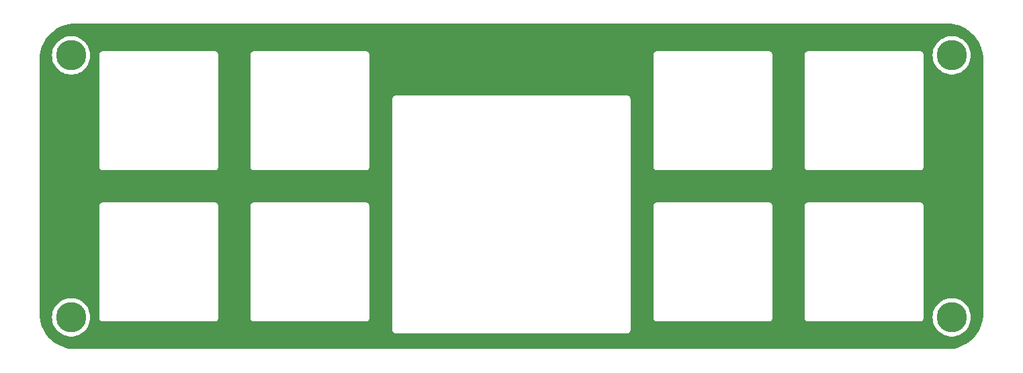
<source format=gbr>
%TF.GenerationSoftware,KiCad,Pcbnew,(6.0.0)*%
%TF.CreationDate,2022-03-13T18:56:33+01:00*%
%TF.ProjectId,switchplate,73776974-6368-4706-9c61-74652e6b6963,rev?*%
%TF.SameCoordinates,Original*%
%TF.FileFunction,Copper,L1,Top*%
%TF.FilePolarity,Positive*%
%FSLAX46Y46*%
G04 Gerber Fmt 4.6, Leading zero omitted, Abs format (unit mm)*
G04 Created by KiCad (PCBNEW (6.0.0)) date 2022-03-13 18:56:33*
%MOMM*%
%LPD*%
G01*
G04 APERTURE LIST*
%TA.AperFunction,ConnectorPad*%
%ADD10C,3.800000*%
%TD*%
%TA.AperFunction,ComponentPad*%
%ADD11C,2.600000*%
%TD*%
G04 APERTURE END LIST*
D10*
%TO.P,REF\u002A\u002A,1*%
%TO.N,N/C*%
X206010000Y-81300000D03*
D11*
X206010000Y-81300000D03*
%TD*%
D10*
%TO.P,REF\u002A\u002A,1*%
%TO.N,N/C*%
X206010000Y-114300000D03*
D11*
X206010000Y-114300000D03*
%TD*%
D10*
%TO.P,REF\u002A\u002A,1*%
%TO.N,N/C*%
X95010000Y-114300000D03*
D11*
X95010000Y-114300000D03*
%TD*%
%TO.P,REF\u002A\u002A,1*%
%TO.N,N/C*%
X95010000Y-81310000D03*
D10*
X95010000Y-81310000D03*
%TD*%
%TA.AperFunction,NonConductor*%
G36*
X205480057Y-77314500D02*
G01*
X205494858Y-77316805D01*
X205494861Y-77316805D01*
X205503730Y-77318186D01*
X205524158Y-77315515D01*
X205545983Y-77314571D01*
X205896007Y-77329853D01*
X205906958Y-77330811D01*
X206284579Y-77380527D01*
X206295403Y-77382436D01*
X206667243Y-77464870D01*
X206677860Y-77467715D01*
X207041110Y-77582248D01*
X207051425Y-77586001D01*
X207403334Y-77731766D01*
X207413269Y-77736399D01*
X207751128Y-77912278D01*
X207760637Y-77917768D01*
X208081860Y-78122410D01*
X208090864Y-78128714D01*
X208393043Y-78360583D01*
X208401463Y-78367649D01*
X208682268Y-78624959D01*
X208690037Y-78632728D01*
X208947351Y-78913537D01*
X208954414Y-78921954D01*
X209019138Y-79006304D01*
X209186286Y-79224136D01*
X209192590Y-79233140D01*
X209397232Y-79554363D01*
X209402722Y-79563872D01*
X209578601Y-79901731D01*
X209583234Y-79911666D01*
X209682364Y-80150988D01*
X209728996Y-80263568D01*
X209732752Y-80273890D01*
X209780521Y-80425392D01*
X209847285Y-80637139D01*
X209850130Y-80647757D01*
X209932564Y-81019597D01*
X209934473Y-81030421D01*
X209984189Y-81408042D01*
X209985147Y-81418993D01*
X210000104Y-81761583D01*
X209998724Y-81786461D01*
X209996814Y-81798730D01*
X209998638Y-81812678D01*
X210000936Y-81830251D01*
X210002000Y-81846589D01*
X210002000Y-113755672D01*
X210000500Y-113775056D01*
X209996814Y-113798730D01*
X209999485Y-113819158D01*
X210000429Y-113840983D01*
X209993764Y-113993640D01*
X209985147Y-114191007D01*
X209984189Y-114201958D01*
X209934473Y-114579579D01*
X209932564Y-114590403D01*
X209850130Y-114962243D01*
X209847285Y-114972860D01*
X209778200Y-115191971D01*
X209732755Y-115336103D01*
X209728999Y-115346425D01*
X209680879Y-115462598D01*
X209583238Y-115698325D01*
X209578601Y-115708269D01*
X209402722Y-116046128D01*
X209397233Y-116055635D01*
X209393082Y-116062151D01*
X209192590Y-116376860D01*
X209186286Y-116385864D01*
X208967485Y-116671013D01*
X208954417Y-116688043D01*
X208947353Y-116696460D01*
X208936777Y-116708003D01*
X208690041Y-116977268D01*
X208682268Y-116985041D01*
X208401463Y-117242351D01*
X208393043Y-117249417D01*
X208090864Y-117481286D01*
X208081860Y-117487590D01*
X207760637Y-117692232D01*
X207751128Y-117697722D01*
X207413269Y-117873601D01*
X207403334Y-117878234D01*
X207051425Y-118023999D01*
X207041110Y-118027752D01*
X206677861Y-118142285D01*
X206667243Y-118145130D01*
X206295403Y-118227564D01*
X206284579Y-118229473D01*
X205906958Y-118279189D01*
X205896007Y-118280147D01*
X205553417Y-118295104D01*
X205528539Y-118293724D01*
X205528160Y-118293665D01*
X205516270Y-118291814D01*
X205484749Y-118295936D01*
X205468411Y-118297000D01*
X95559328Y-118297000D01*
X95539943Y-118295500D01*
X95525142Y-118293195D01*
X95525139Y-118293195D01*
X95516270Y-118291814D01*
X95495842Y-118294485D01*
X95474017Y-118295429D01*
X95123993Y-118280147D01*
X95113042Y-118279189D01*
X94735421Y-118229473D01*
X94724597Y-118227564D01*
X94352757Y-118145130D01*
X94342139Y-118142285D01*
X93978890Y-118027752D01*
X93968575Y-118023999D01*
X93616666Y-117878234D01*
X93606731Y-117873601D01*
X93268872Y-117697722D01*
X93259363Y-117692232D01*
X92938140Y-117487590D01*
X92929136Y-117481286D01*
X92626957Y-117249417D01*
X92618537Y-117242351D01*
X92337732Y-116985041D01*
X92329959Y-116977268D01*
X92083224Y-116708003D01*
X92072647Y-116696460D01*
X92065583Y-116688043D01*
X92052516Y-116671013D01*
X91833714Y-116385864D01*
X91827410Y-116376860D01*
X91626918Y-116062151D01*
X91622767Y-116055635D01*
X91617278Y-116046128D01*
X91441399Y-115708269D01*
X91436762Y-115698325D01*
X91339122Y-115462598D01*
X91291001Y-115346425D01*
X91287245Y-115336103D01*
X91241801Y-115191971D01*
X91172715Y-114972860D01*
X91169870Y-114962243D01*
X91087436Y-114590403D01*
X91085527Y-114579579D01*
X91048719Y-114300000D01*
X92596738Y-114300000D01*
X92615767Y-114602462D01*
X92672555Y-114900154D01*
X92766206Y-115188381D01*
X92895242Y-115462598D01*
X93057630Y-115718480D01*
X93250808Y-115951992D01*
X93471729Y-116159450D01*
X93474931Y-116161777D01*
X93474933Y-116161778D01*
X93511354Y-116188239D01*
X93716910Y-116337584D01*
X93720379Y-116339491D01*
X93720382Y-116339493D01*
X93979014Y-116481678D01*
X93982483Y-116483585D01*
X93986152Y-116485038D01*
X93986157Y-116485040D01*
X94260591Y-116593696D01*
X94264261Y-116595149D01*
X94557800Y-116670516D01*
X94858470Y-116708500D01*
X95161530Y-116708500D01*
X95462200Y-116670516D01*
X95755739Y-116595149D01*
X95759409Y-116593696D01*
X96033843Y-116485040D01*
X96033848Y-116485038D01*
X96037517Y-116483585D01*
X96040986Y-116481678D01*
X96299618Y-116339493D01*
X96299621Y-116339491D01*
X96303090Y-116337584D01*
X96508646Y-116188239D01*
X96545067Y-116161778D01*
X96545069Y-116161777D01*
X96548271Y-116159450D01*
X96769192Y-115951992D01*
X96800082Y-115914652D01*
X135501524Y-115914652D01*
X135503990Y-115923281D01*
X135503991Y-115923286D01*
X135509639Y-115943048D01*
X135513217Y-115959809D01*
X135516130Y-115980152D01*
X135516133Y-115980162D01*
X135517405Y-115989045D01*
X135528021Y-116012395D01*
X135534464Y-116029907D01*
X135541512Y-116054565D01*
X135557274Y-116079548D01*
X135565404Y-116094614D01*
X135577633Y-116121510D01*
X135594374Y-116140939D01*
X135605479Y-116155947D01*
X135619160Y-116177631D01*
X135625888Y-116183573D01*
X135641296Y-116197181D01*
X135653340Y-116209373D01*
X135672619Y-116231747D01*
X135680147Y-116236626D01*
X135680150Y-116236629D01*
X135694139Y-116245696D01*
X135709013Y-116256986D01*
X135728228Y-116273956D01*
X135736354Y-116277771D01*
X135736355Y-116277772D01*
X135742021Y-116280432D01*
X135754966Y-116286510D01*
X135769935Y-116294824D01*
X135794727Y-116310893D01*
X135811650Y-116315954D01*
X135819290Y-116318239D01*
X135836736Y-116324901D01*
X135859948Y-116335799D01*
X135889130Y-116340343D01*
X135905849Y-116344126D01*
X135925536Y-116350014D01*
X135925539Y-116350015D01*
X135934141Y-116352587D01*
X135943116Y-116352642D01*
X135943117Y-116352642D01*
X135949810Y-116352683D01*
X135968556Y-116352797D01*
X135969328Y-116352830D01*
X135970423Y-116353000D01*
X136001298Y-116353000D01*
X136002068Y-116353002D01*
X136075716Y-116353452D01*
X136075717Y-116353452D01*
X136079652Y-116353476D01*
X136080996Y-116353092D01*
X136082341Y-116353000D01*
X165001298Y-116353000D01*
X165002069Y-116353002D01*
X165079652Y-116353476D01*
X165088281Y-116351010D01*
X165088286Y-116351009D01*
X165108048Y-116345361D01*
X165124809Y-116341783D01*
X165145152Y-116338870D01*
X165145162Y-116338867D01*
X165154045Y-116337595D01*
X165177395Y-116326979D01*
X165194907Y-116320536D01*
X165210937Y-116315954D01*
X165219565Y-116313488D01*
X165244548Y-116297726D01*
X165259614Y-116289596D01*
X165286510Y-116277367D01*
X165305939Y-116260626D01*
X165320947Y-116249521D01*
X165335039Y-116240630D01*
X165342631Y-116235840D01*
X165362182Y-116213703D01*
X165374374Y-116201659D01*
X165389949Y-116188239D01*
X165389950Y-116188237D01*
X165396747Y-116182381D01*
X165401626Y-116174853D01*
X165401629Y-116174850D01*
X165410696Y-116160861D01*
X165421986Y-116145987D01*
X165433012Y-116133502D01*
X165438956Y-116126772D01*
X165451510Y-116100034D01*
X165459824Y-116085065D01*
X165475893Y-116060273D01*
X165483239Y-116035709D01*
X165489901Y-116018264D01*
X165496983Y-116003179D01*
X165500799Y-115995052D01*
X165505343Y-115965870D01*
X165509126Y-115949151D01*
X165515014Y-115929464D01*
X165515015Y-115929461D01*
X165517587Y-115920859D01*
X165517797Y-115886444D01*
X165517830Y-115885672D01*
X165518000Y-115884577D01*
X165518000Y-115853702D01*
X165518002Y-115852932D01*
X165518452Y-115779284D01*
X165518452Y-115779283D01*
X165518476Y-115775348D01*
X165518092Y-115774004D01*
X165518000Y-115772659D01*
X165518000Y-114399652D01*
X168401524Y-114399652D01*
X168403990Y-114408281D01*
X168403991Y-114408286D01*
X168409639Y-114428048D01*
X168413217Y-114444809D01*
X168416130Y-114465152D01*
X168416133Y-114465162D01*
X168417405Y-114474045D01*
X168428021Y-114497395D01*
X168434464Y-114514907D01*
X168441512Y-114539565D01*
X168457274Y-114564548D01*
X168465404Y-114579614D01*
X168477633Y-114606510D01*
X168494374Y-114625939D01*
X168505479Y-114640947D01*
X168519160Y-114662631D01*
X168525888Y-114668573D01*
X168541296Y-114682181D01*
X168553340Y-114694373D01*
X168572619Y-114716747D01*
X168580147Y-114721626D01*
X168580150Y-114721629D01*
X168594139Y-114730696D01*
X168609013Y-114741986D01*
X168628228Y-114758956D01*
X168636354Y-114762771D01*
X168636355Y-114762772D01*
X168642021Y-114765432D01*
X168654966Y-114771510D01*
X168669935Y-114779824D01*
X168694727Y-114795893D01*
X168711650Y-114800954D01*
X168719290Y-114803239D01*
X168736736Y-114809901D01*
X168759948Y-114820799D01*
X168789130Y-114825343D01*
X168805849Y-114829126D01*
X168825536Y-114835014D01*
X168825539Y-114835015D01*
X168834141Y-114837587D01*
X168843116Y-114837642D01*
X168843117Y-114837642D01*
X168849810Y-114837683D01*
X168868556Y-114837797D01*
X168869328Y-114837830D01*
X168870423Y-114838000D01*
X168901298Y-114838000D01*
X168902068Y-114838002D01*
X168975716Y-114838452D01*
X168975717Y-114838452D01*
X168979652Y-114838476D01*
X168980996Y-114838092D01*
X168982341Y-114838000D01*
X182901298Y-114838000D01*
X182902069Y-114838002D01*
X182979652Y-114838476D01*
X182988281Y-114836010D01*
X182988286Y-114836009D01*
X183008048Y-114830361D01*
X183024809Y-114826783D01*
X183045152Y-114823870D01*
X183045162Y-114823867D01*
X183054045Y-114822595D01*
X183077395Y-114811979D01*
X183094907Y-114805536D01*
X183110937Y-114800954D01*
X183119565Y-114798488D01*
X183144548Y-114782726D01*
X183159614Y-114774596D01*
X183186510Y-114762367D01*
X183205939Y-114745626D01*
X183220947Y-114734521D01*
X183235039Y-114725630D01*
X183242631Y-114720840D01*
X183262182Y-114698703D01*
X183274374Y-114686659D01*
X183289949Y-114673239D01*
X183289950Y-114673237D01*
X183296747Y-114667381D01*
X183301626Y-114659853D01*
X183301629Y-114659850D01*
X183310696Y-114645861D01*
X183321986Y-114630987D01*
X183333012Y-114618502D01*
X183338956Y-114611772D01*
X183351513Y-114585028D01*
X183359824Y-114570065D01*
X183375893Y-114545273D01*
X183383239Y-114520709D01*
X183389901Y-114503264D01*
X183396983Y-114488179D01*
X183400799Y-114480052D01*
X183405343Y-114450870D01*
X183409126Y-114434151D01*
X183415014Y-114414464D01*
X183415015Y-114414461D01*
X183417587Y-114405859D01*
X183417625Y-114399652D01*
X187451524Y-114399652D01*
X187453990Y-114408281D01*
X187453991Y-114408286D01*
X187459639Y-114428048D01*
X187463217Y-114444809D01*
X187466130Y-114465152D01*
X187466133Y-114465162D01*
X187467405Y-114474045D01*
X187478021Y-114497395D01*
X187484464Y-114514907D01*
X187491512Y-114539565D01*
X187507274Y-114564548D01*
X187515404Y-114579614D01*
X187527633Y-114606510D01*
X187544374Y-114625939D01*
X187555479Y-114640947D01*
X187569160Y-114662631D01*
X187575888Y-114668573D01*
X187591296Y-114682181D01*
X187603340Y-114694373D01*
X187622619Y-114716747D01*
X187630147Y-114721626D01*
X187630150Y-114721629D01*
X187644139Y-114730696D01*
X187659013Y-114741986D01*
X187678228Y-114758956D01*
X187686354Y-114762771D01*
X187686355Y-114762772D01*
X187692021Y-114765432D01*
X187704966Y-114771510D01*
X187719935Y-114779824D01*
X187744727Y-114795893D01*
X187761650Y-114800954D01*
X187769290Y-114803239D01*
X187786736Y-114809901D01*
X187809948Y-114820799D01*
X187839130Y-114825343D01*
X187855849Y-114829126D01*
X187875536Y-114835014D01*
X187875539Y-114835015D01*
X187884141Y-114837587D01*
X187893116Y-114837642D01*
X187893117Y-114837642D01*
X187899810Y-114837683D01*
X187918556Y-114837797D01*
X187919328Y-114837830D01*
X187920423Y-114838000D01*
X187951298Y-114838000D01*
X187952068Y-114838002D01*
X188025716Y-114838452D01*
X188025717Y-114838452D01*
X188029652Y-114838476D01*
X188030996Y-114838092D01*
X188032341Y-114838000D01*
X201951298Y-114838000D01*
X201952069Y-114838002D01*
X202029652Y-114838476D01*
X202038281Y-114836010D01*
X202038286Y-114836009D01*
X202058048Y-114830361D01*
X202074809Y-114826783D01*
X202095152Y-114823870D01*
X202095162Y-114823867D01*
X202104045Y-114822595D01*
X202127395Y-114811979D01*
X202144907Y-114805536D01*
X202160937Y-114800954D01*
X202169565Y-114798488D01*
X202194548Y-114782726D01*
X202209614Y-114774596D01*
X202236510Y-114762367D01*
X202255939Y-114745626D01*
X202270947Y-114734521D01*
X202285039Y-114725630D01*
X202292631Y-114720840D01*
X202312182Y-114698703D01*
X202324374Y-114686659D01*
X202339949Y-114673239D01*
X202339950Y-114673237D01*
X202346747Y-114667381D01*
X202351626Y-114659853D01*
X202351629Y-114659850D01*
X202360696Y-114645861D01*
X202371986Y-114630987D01*
X202383012Y-114618502D01*
X202388956Y-114611772D01*
X202401513Y-114585028D01*
X202409824Y-114570065D01*
X202425893Y-114545273D01*
X202433239Y-114520709D01*
X202439901Y-114503264D01*
X202446983Y-114488179D01*
X202450799Y-114480052D01*
X202455343Y-114450870D01*
X202459126Y-114434151D01*
X202465014Y-114414464D01*
X202465015Y-114414461D01*
X202467587Y-114405859D01*
X202467797Y-114371444D01*
X202467830Y-114370672D01*
X202468000Y-114369577D01*
X202468000Y-114338702D01*
X202468002Y-114337932D01*
X202468234Y-114300000D01*
X203596738Y-114300000D01*
X203615767Y-114602462D01*
X203672555Y-114900154D01*
X203766206Y-115188381D01*
X203895242Y-115462598D01*
X204057630Y-115718480D01*
X204250808Y-115951992D01*
X204471729Y-116159450D01*
X204474931Y-116161777D01*
X204474933Y-116161778D01*
X204511354Y-116188239D01*
X204716910Y-116337584D01*
X204720379Y-116339491D01*
X204720382Y-116339493D01*
X204979014Y-116481678D01*
X204982483Y-116483585D01*
X204986152Y-116485038D01*
X204986157Y-116485040D01*
X205260591Y-116593696D01*
X205264261Y-116595149D01*
X205557800Y-116670516D01*
X205858470Y-116708500D01*
X206161530Y-116708500D01*
X206462200Y-116670516D01*
X206755739Y-116595149D01*
X206759409Y-116593696D01*
X207033843Y-116485040D01*
X207033848Y-116485038D01*
X207037517Y-116483585D01*
X207040986Y-116481678D01*
X207299618Y-116339493D01*
X207299621Y-116339491D01*
X207303090Y-116337584D01*
X207508646Y-116188239D01*
X207545067Y-116161778D01*
X207545069Y-116161777D01*
X207548271Y-116159450D01*
X207769192Y-115951992D01*
X207962370Y-115718480D01*
X208124758Y-115462598D01*
X208253794Y-115188381D01*
X208347445Y-114900154D01*
X208404233Y-114602462D01*
X208423262Y-114300000D01*
X208404233Y-113997538D01*
X208347445Y-113699846D01*
X208253794Y-113411619D01*
X208124758Y-113137402D01*
X207962370Y-112881520D01*
X207769192Y-112648008D01*
X207548271Y-112440550D01*
X207303090Y-112262416D01*
X207037517Y-112116415D01*
X207033848Y-112114962D01*
X207033843Y-112114960D01*
X206759409Y-112006304D01*
X206759408Y-112006304D01*
X206755739Y-112004851D01*
X206462200Y-111929484D01*
X206161530Y-111891500D01*
X205858470Y-111891500D01*
X205557800Y-111929484D01*
X205264261Y-112004851D01*
X205260592Y-112006304D01*
X205260591Y-112006304D01*
X204986157Y-112114960D01*
X204986152Y-112114962D01*
X204982483Y-112116415D01*
X204716910Y-112262416D01*
X204471729Y-112440550D01*
X204250808Y-112648008D01*
X204057630Y-112881520D01*
X203895242Y-113137402D01*
X203766206Y-113411619D01*
X203672555Y-113699846D01*
X203615767Y-113997538D01*
X203596738Y-114300000D01*
X202468234Y-114300000D01*
X202468452Y-114264284D01*
X202468452Y-114264283D01*
X202468476Y-114260348D01*
X202468092Y-114259004D01*
X202468000Y-114257659D01*
X202468000Y-100338702D01*
X202468002Y-100337932D01*
X202468421Y-100269322D01*
X202468476Y-100260348D01*
X202466010Y-100251719D01*
X202466009Y-100251714D01*
X202460361Y-100231952D01*
X202456783Y-100215191D01*
X202453870Y-100194848D01*
X202453867Y-100194838D01*
X202452595Y-100185955D01*
X202441979Y-100162605D01*
X202435536Y-100145093D01*
X202430954Y-100129063D01*
X202428488Y-100120435D01*
X202412726Y-100095452D01*
X202404596Y-100080386D01*
X202392367Y-100053490D01*
X202375626Y-100034061D01*
X202364521Y-100019053D01*
X202355630Y-100004961D01*
X202350840Y-99997369D01*
X202328703Y-99977818D01*
X202316659Y-99965626D01*
X202303239Y-99950051D01*
X202303237Y-99950050D01*
X202297381Y-99943253D01*
X202289853Y-99938374D01*
X202289850Y-99938371D01*
X202275861Y-99929304D01*
X202260987Y-99918014D01*
X202248502Y-99906988D01*
X202241772Y-99901044D01*
X202233646Y-99897229D01*
X202233645Y-99897228D01*
X202227979Y-99894568D01*
X202215034Y-99888490D01*
X202200065Y-99880176D01*
X202175273Y-99864107D01*
X202150709Y-99856761D01*
X202133264Y-99850099D01*
X202128827Y-99848016D01*
X202110052Y-99839201D01*
X202080870Y-99834657D01*
X202064151Y-99830874D01*
X202044464Y-99824986D01*
X202044461Y-99824985D01*
X202035859Y-99822413D01*
X202026884Y-99822358D01*
X202026883Y-99822358D01*
X202020190Y-99822317D01*
X202001444Y-99822203D01*
X202000672Y-99822170D01*
X201999577Y-99822000D01*
X201968702Y-99822000D01*
X201967932Y-99821998D01*
X201894284Y-99821548D01*
X201894283Y-99821548D01*
X201890348Y-99821524D01*
X201889004Y-99821908D01*
X201887659Y-99822000D01*
X187968702Y-99822000D01*
X187967932Y-99821998D01*
X187967078Y-99821993D01*
X187890348Y-99821524D01*
X187881719Y-99823990D01*
X187881714Y-99823991D01*
X187861952Y-99829639D01*
X187845191Y-99833217D01*
X187824848Y-99836130D01*
X187824838Y-99836133D01*
X187815955Y-99837405D01*
X187792605Y-99848021D01*
X187775093Y-99854464D01*
X187767057Y-99856761D01*
X187750435Y-99861512D01*
X187725452Y-99877274D01*
X187710386Y-99885404D01*
X187683490Y-99897633D01*
X187664061Y-99914374D01*
X187649053Y-99925479D01*
X187627369Y-99939160D01*
X187621427Y-99945888D01*
X187607819Y-99961296D01*
X187595627Y-99973340D01*
X187573253Y-99992619D01*
X187568374Y-100000147D01*
X187568371Y-100000150D01*
X187559304Y-100014139D01*
X187548014Y-100029013D01*
X187531044Y-100048228D01*
X187518490Y-100074966D01*
X187510176Y-100089935D01*
X187494107Y-100114727D01*
X187491535Y-100123327D01*
X187486761Y-100139290D01*
X187480099Y-100156736D01*
X187469201Y-100179948D01*
X187464658Y-100209128D01*
X187460874Y-100225849D01*
X187454986Y-100245536D01*
X187454985Y-100245539D01*
X187452413Y-100254141D01*
X187452358Y-100263116D01*
X187452358Y-100263117D01*
X187452203Y-100288546D01*
X187452170Y-100289328D01*
X187452000Y-100290423D01*
X187452000Y-100321298D01*
X187451998Y-100322068D01*
X187451524Y-100399652D01*
X187451908Y-100400996D01*
X187452000Y-100402341D01*
X187452000Y-114321298D01*
X187451998Y-114322068D01*
X187451524Y-114399652D01*
X183417625Y-114399652D01*
X183417797Y-114371444D01*
X183417830Y-114370672D01*
X183418000Y-114369577D01*
X183418000Y-114338702D01*
X183418002Y-114337932D01*
X183418452Y-114264284D01*
X183418452Y-114264283D01*
X183418476Y-114260348D01*
X183418092Y-114259004D01*
X183418000Y-114257659D01*
X183418000Y-100338702D01*
X183418002Y-100337932D01*
X183418421Y-100269322D01*
X183418476Y-100260348D01*
X183416010Y-100251719D01*
X183416009Y-100251714D01*
X183410361Y-100231952D01*
X183406783Y-100215191D01*
X183403870Y-100194848D01*
X183403867Y-100194838D01*
X183402595Y-100185955D01*
X183391979Y-100162605D01*
X183385536Y-100145093D01*
X183380954Y-100129063D01*
X183378488Y-100120435D01*
X183362726Y-100095452D01*
X183354596Y-100080386D01*
X183342367Y-100053490D01*
X183325626Y-100034061D01*
X183314521Y-100019053D01*
X183305630Y-100004961D01*
X183300840Y-99997369D01*
X183278703Y-99977818D01*
X183266659Y-99965626D01*
X183253239Y-99950051D01*
X183253237Y-99950050D01*
X183247381Y-99943253D01*
X183239853Y-99938374D01*
X183239850Y-99938371D01*
X183225861Y-99929304D01*
X183210987Y-99918014D01*
X183198502Y-99906988D01*
X183191772Y-99901044D01*
X183183646Y-99897229D01*
X183183645Y-99897228D01*
X183177979Y-99894568D01*
X183165034Y-99888490D01*
X183150065Y-99880176D01*
X183125273Y-99864107D01*
X183100709Y-99856761D01*
X183083264Y-99850099D01*
X183078827Y-99848016D01*
X183060052Y-99839201D01*
X183030870Y-99834657D01*
X183014151Y-99830874D01*
X182994464Y-99824986D01*
X182994461Y-99824985D01*
X182985859Y-99822413D01*
X182976884Y-99822358D01*
X182976883Y-99822358D01*
X182970190Y-99822317D01*
X182951444Y-99822203D01*
X182950672Y-99822170D01*
X182949577Y-99822000D01*
X182918702Y-99822000D01*
X182917932Y-99821998D01*
X182844284Y-99821548D01*
X182844283Y-99821548D01*
X182840348Y-99821524D01*
X182839004Y-99821908D01*
X182837659Y-99822000D01*
X168918702Y-99822000D01*
X168917932Y-99821998D01*
X168917078Y-99821993D01*
X168840348Y-99821524D01*
X168831719Y-99823990D01*
X168831714Y-99823991D01*
X168811952Y-99829639D01*
X168795191Y-99833217D01*
X168774848Y-99836130D01*
X168774838Y-99836133D01*
X168765955Y-99837405D01*
X168742605Y-99848021D01*
X168725093Y-99854464D01*
X168717057Y-99856761D01*
X168700435Y-99861512D01*
X168675452Y-99877274D01*
X168660386Y-99885404D01*
X168633490Y-99897633D01*
X168614061Y-99914374D01*
X168599053Y-99925479D01*
X168577369Y-99939160D01*
X168571427Y-99945888D01*
X168557819Y-99961296D01*
X168545627Y-99973340D01*
X168523253Y-99992619D01*
X168518374Y-100000147D01*
X168518371Y-100000150D01*
X168509304Y-100014139D01*
X168498014Y-100029013D01*
X168481044Y-100048228D01*
X168468490Y-100074966D01*
X168460176Y-100089935D01*
X168444107Y-100114727D01*
X168441535Y-100123327D01*
X168436761Y-100139290D01*
X168430099Y-100156736D01*
X168419201Y-100179948D01*
X168414658Y-100209128D01*
X168410874Y-100225849D01*
X168404986Y-100245536D01*
X168404985Y-100245539D01*
X168402413Y-100254141D01*
X168402358Y-100263116D01*
X168402358Y-100263117D01*
X168402203Y-100288546D01*
X168402170Y-100289328D01*
X168402000Y-100290423D01*
X168402000Y-100321298D01*
X168401998Y-100322068D01*
X168401524Y-100399652D01*
X168401908Y-100400996D01*
X168402000Y-100402341D01*
X168402000Y-114321298D01*
X168401998Y-114322068D01*
X168401524Y-114399652D01*
X165518000Y-114399652D01*
X165518000Y-95349652D01*
X168401524Y-95349652D01*
X168403990Y-95358281D01*
X168403991Y-95358286D01*
X168409639Y-95378048D01*
X168413217Y-95394809D01*
X168416130Y-95415152D01*
X168416133Y-95415162D01*
X168417405Y-95424045D01*
X168428021Y-95447395D01*
X168434464Y-95464907D01*
X168441512Y-95489565D01*
X168457274Y-95514548D01*
X168465404Y-95529614D01*
X168477633Y-95556510D01*
X168494374Y-95575939D01*
X168505479Y-95590947D01*
X168519160Y-95612631D01*
X168525888Y-95618573D01*
X168541296Y-95632181D01*
X168553340Y-95644373D01*
X168572619Y-95666747D01*
X168580147Y-95671626D01*
X168580150Y-95671629D01*
X168594139Y-95680696D01*
X168609013Y-95691986D01*
X168628228Y-95708956D01*
X168636354Y-95712771D01*
X168636355Y-95712772D01*
X168642021Y-95715432D01*
X168654966Y-95721510D01*
X168669935Y-95729824D01*
X168694727Y-95745893D01*
X168711650Y-95750954D01*
X168719290Y-95753239D01*
X168736736Y-95759901D01*
X168759948Y-95770799D01*
X168789130Y-95775343D01*
X168805849Y-95779126D01*
X168825536Y-95785014D01*
X168825539Y-95785015D01*
X168834141Y-95787587D01*
X168843116Y-95787642D01*
X168843117Y-95787642D01*
X168849810Y-95787683D01*
X168868556Y-95787797D01*
X168869328Y-95787830D01*
X168870423Y-95788000D01*
X168901298Y-95788000D01*
X168902068Y-95788002D01*
X168975716Y-95788452D01*
X168975717Y-95788452D01*
X168979652Y-95788476D01*
X168980996Y-95788092D01*
X168982341Y-95788000D01*
X182901298Y-95788000D01*
X182902069Y-95788002D01*
X182979652Y-95788476D01*
X182988281Y-95786010D01*
X182988286Y-95786009D01*
X183008048Y-95780361D01*
X183024809Y-95776783D01*
X183045152Y-95773870D01*
X183045162Y-95773867D01*
X183054045Y-95772595D01*
X183077395Y-95761979D01*
X183094907Y-95755536D01*
X183110937Y-95750954D01*
X183119565Y-95748488D01*
X183144548Y-95732726D01*
X183159614Y-95724596D01*
X183186510Y-95712367D01*
X183205939Y-95695626D01*
X183220947Y-95684521D01*
X183235039Y-95675630D01*
X183242631Y-95670840D01*
X183262182Y-95648703D01*
X183274374Y-95636659D01*
X183289949Y-95623239D01*
X183289950Y-95623237D01*
X183296747Y-95617381D01*
X183301626Y-95609853D01*
X183301629Y-95609850D01*
X183310696Y-95595861D01*
X183321986Y-95580987D01*
X183333012Y-95568502D01*
X183338956Y-95561772D01*
X183351510Y-95535034D01*
X183359824Y-95520065D01*
X183375893Y-95495273D01*
X183383239Y-95470709D01*
X183389901Y-95453264D01*
X183396983Y-95438179D01*
X183400799Y-95430052D01*
X183405343Y-95400870D01*
X183409126Y-95384151D01*
X183415014Y-95364464D01*
X183415015Y-95364461D01*
X183417587Y-95355859D01*
X183417625Y-95349652D01*
X187451524Y-95349652D01*
X187453990Y-95358281D01*
X187453991Y-95358286D01*
X187459639Y-95378048D01*
X187463217Y-95394809D01*
X187466130Y-95415152D01*
X187466133Y-95415162D01*
X187467405Y-95424045D01*
X187478021Y-95447395D01*
X187484464Y-95464907D01*
X187491512Y-95489565D01*
X187507274Y-95514548D01*
X187515404Y-95529614D01*
X187527633Y-95556510D01*
X187544374Y-95575939D01*
X187555479Y-95590947D01*
X187569160Y-95612631D01*
X187575888Y-95618573D01*
X187591296Y-95632181D01*
X187603340Y-95644373D01*
X187622619Y-95666747D01*
X187630147Y-95671626D01*
X187630150Y-95671629D01*
X187644139Y-95680696D01*
X187659013Y-95691986D01*
X187678228Y-95708956D01*
X187686354Y-95712771D01*
X187686355Y-95712772D01*
X187692021Y-95715432D01*
X187704966Y-95721510D01*
X187719935Y-95729824D01*
X187744727Y-95745893D01*
X187761650Y-95750954D01*
X187769290Y-95753239D01*
X187786736Y-95759901D01*
X187809948Y-95770799D01*
X187839130Y-95775343D01*
X187855849Y-95779126D01*
X187875536Y-95785014D01*
X187875539Y-95785015D01*
X187884141Y-95787587D01*
X187893116Y-95787642D01*
X187893117Y-95787642D01*
X187899810Y-95787683D01*
X187918556Y-95787797D01*
X187919328Y-95787830D01*
X187920423Y-95788000D01*
X187951298Y-95788000D01*
X187952068Y-95788002D01*
X188025716Y-95788452D01*
X188025717Y-95788452D01*
X188029652Y-95788476D01*
X188030996Y-95788092D01*
X188032341Y-95788000D01*
X201951298Y-95788000D01*
X201952069Y-95788002D01*
X202029652Y-95788476D01*
X202038281Y-95786010D01*
X202038286Y-95786009D01*
X202058048Y-95780361D01*
X202074809Y-95776783D01*
X202095152Y-95773870D01*
X202095162Y-95773867D01*
X202104045Y-95772595D01*
X202127395Y-95761979D01*
X202144907Y-95755536D01*
X202160937Y-95750954D01*
X202169565Y-95748488D01*
X202194548Y-95732726D01*
X202209614Y-95724596D01*
X202236510Y-95712367D01*
X202255939Y-95695626D01*
X202270947Y-95684521D01*
X202285039Y-95675630D01*
X202292631Y-95670840D01*
X202312182Y-95648703D01*
X202324374Y-95636659D01*
X202339949Y-95623239D01*
X202339950Y-95623237D01*
X202346747Y-95617381D01*
X202351626Y-95609853D01*
X202351629Y-95609850D01*
X202360696Y-95595861D01*
X202371986Y-95580987D01*
X202383012Y-95568502D01*
X202388956Y-95561772D01*
X202401510Y-95535034D01*
X202409824Y-95520065D01*
X202425893Y-95495273D01*
X202433239Y-95470709D01*
X202439901Y-95453264D01*
X202446983Y-95438179D01*
X202450799Y-95430052D01*
X202455343Y-95400870D01*
X202459126Y-95384151D01*
X202465014Y-95364464D01*
X202465015Y-95364461D01*
X202467587Y-95355859D01*
X202467797Y-95321444D01*
X202467830Y-95320672D01*
X202468000Y-95319577D01*
X202468000Y-95288702D01*
X202468002Y-95287932D01*
X202468452Y-95214284D01*
X202468452Y-95214283D01*
X202468476Y-95210348D01*
X202468092Y-95209004D01*
X202468000Y-95207659D01*
X202468000Y-81300000D01*
X203596738Y-81300000D01*
X203615767Y-81602462D01*
X203672555Y-81900154D01*
X203766206Y-82188381D01*
X203767893Y-82191967D01*
X203767895Y-82191971D01*
X203772601Y-82201971D01*
X203895242Y-82462598D01*
X204057630Y-82718480D01*
X204060149Y-82721525D01*
X204060152Y-82721529D01*
X204068425Y-82731529D01*
X204250808Y-82951992D01*
X204471729Y-83159450D01*
X204716910Y-83337584D01*
X204720379Y-83339491D01*
X204720382Y-83339493D01*
X204738572Y-83349493D01*
X204982483Y-83483585D01*
X204986152Y-83485038D01*
X204986157Y-83485040D01*
X205260591Y-83593696D01*
X205264261Y-83595149D01*
X205557800Y-83670516D01*
X205858470Y-83708500D01*
X206161530Y-83708500D01*
X206462200Y-83670516D01*
X206755739Y-83595149D01*
X206759409Y-83593696D01*
X207033843Y-83485040D01*
X207033848Y-83485038D01*
X207037517Y-83483585D01*
X207281428Y-83349493D01*
X207299618Y-83339493D01*
X207299621Y-83339491D01*
X207303090Y-83337584D01*
X207548271Y-83159450D01*
X207769192Y-82951992D01*
X207951575Y-82731529D01*
X207959848Y-82721529D01*
X207959851Y-82721525D01*
X207962370Y-82718480D01*
X208124758Y-82462598D01*
X208247399Y-82201971D01*
X208252105Y-82191971D01*
X208252107Y-82191967D01*
X208253794Y-82188381D01*
X208347445Y-81900154D01*
X208404233Y-81602462D01*
X208423262Y-81300000D01*
X208404233Y-80997538D01*
X208347445Y-80699846D01*
X208253794Y-80411619D01*
X208124758Y-80137402D01*
X207962370Y-79881520D01*
X207769192Y-79648008D01*
X207548271Y-79440550D01*
X207303090Y-79262416D01*
X207241389Y-79228495D01*
X207040986Y-79118322D01*
X207040985Y-79118321D01*
X207037517Y-79116415D01*
X207033848Y-79114962D01*
X207033843Y-79114960D01*
X206759409Y-79006304D01*
X206759408Y-79006304D01*
X206755739Y-79004851D01*
X206462200Y-78929484D01*
X206161530Y-78891500D01*
X205858470Y-78891500D01*
X205557800Y-78929484D01*
X205264261Y-79004851D01*
X205260592Y-79006304D01*
X205260591Y-79006304D01*
X204986157Y-79114960D01*
X204986152Y-79114962D01*
X204982483Y-79116415D01*
X204979015Y-79118321D01*
X204979014Y-79118322D01*
X204778612Y-79228495D01*
X204716910Y-79262416D01*
X204471729Y-79440550D01*
X204250808Y-79648008D01*
X204057630Y-79881520D01*
X203895242Y-80137402D01*
X203766206Y-80411619D01*
X203672555Y-80699846D01*
X203615767Y-80997538D01*
X203596738Y-81300000D01*
X202468000Y-81300000D01*
X202468000Y-81288702D01*
X202468002Y-81287932D01*
X202468421Y-81219322D01*
X202468476Y-81210348D01*
X202466010Y-81201719D01*
X202466009Y-81201714D01*
X202460361Y-81181952D01*
X202456783Y-81165191D01*
X202453870Y-81144848D01*
X202453867Y-81144838D01*
X202452595Y-81135955D01*
X202441979Y-81112605D01*
X202435536Y-81095093D01*
X202430954Y-81079063D01*
X202428488Y-81070435D01*
X202412726Y-81045452D01*
X202404596Y-81030386D01*
X202392367Y-81003490D01*
X202375626Y-80984061D01*
X202364521Y-80969053D01*
X202355630Y-80954961D01*
X202350840Y-80947369D01*
X202328703Y-80927818D01*
X202316659Y-80915626D01*
X202303239Y-80900051D01*
X202303237Y-80900050D01*
X202297381Y-80893253D01*
X202289853Y-80888374D01*
X202289850Y-80888371D01*
X202275861Y-80879304D01*
X202260987Y-80868014D01*
X202248502Y-80856988D01*
X202241772Y-80851044D01*
X202233646Y-80847229D01*
X202233645Y-80847228D01*
X202227979Y-80844568D01*
X202215034Y-80838490D01*
X202200065Y-80830176D01*
X202175273Y-80814107D01*
X202150709Y-80806761D01*
X202133264Y-80800099D01*
X202128827Y-80798016D01*
X202110052Y-80789201D01*
X202080870Y-80784657D01*
X202064151Y-80780874D01*
X202044464Y-80774986D01*
X202044461Y-80774985D01*
X202035859Y-80772413D01*
X202026884Y-80772358D01*
X202026883Y-80772358D01*
X202020190Y-80772317D01*
X202001444Y-80772203D01*
X202000672Y-80772170D01*
X201999577Y-80772000D01*
X201968702Y-80772000D01*
X201967932Y-80771998D01*
X201894284Y-80771548D01*
X201894283Y-80771548D01*
X201890348Y-80771524D01*
X201889004Y-80771908D01*
X201887659Y-80772000D01*
X187968702Y-80772000D01*
X187967932Y-80771998D01*
X187967078Y-80771993D01*
X187890348Y-80771524D01*
X187881719Y-80773990D01*
X187881714Y-80773991D01*
X187861952Y-80779639D01*
X187845191Y-80783217D01*
X187824848Y-80786130D01*
X187824838Y-80786133D01*
X187815955Y-80787405D01*
X187792605Y-80798021D01*
X187775093Y-80804464D01*
X187767057Y-80806761D01*
X187750435Y-80811512D01*
X187725452Y-80827274D01*
X187710386Y-80835404D01*
X187683490Y-80847633D01*
X187664061Y-80864374D01*
X187649053Y-80875479D01*
X187627369Y-80889160D01*
X187621427Y-80895888D01*
X187607819Y-80911296D01*
X187595627Y-80923340D01*
X187573253Y-80942619D01*
X187568374Y-80950147D01*
X187568371Y-80950150D01*
X187559304Y-80964139D01*
X187548014Y-80979013D01*
X187531044Y-80998228D01*
X187518490Y-81024966D01*
X187510176Y-81039935D01*
X187494107Y-81064727D01*
X187491535Y-81073327D01*
X187486761Y-81089290D01*
X187480099Y-81106736D01*
X187469201Y-81129948D01*
X187464658Y-81159128D01*
X187460874Y-81175849D01*
X187454986Y-81195536D01*
X187454985Y-81195539D01*
X187452413Y-81204141D01*
X187452358Y-81213116D01*
X187452358Y-81213117D01*
X187452203Y-81238546D01*
X187452170Y-81239328D01*
X187452000Y-81240423D01*
X187452000Y-81271298D01*
X187451998Y-81272068D01*
X187451524Y-81349652D01*
X187451908Y-81350996D01*
X187452000Y-81352341D01*
X187452000Y-95271298D01*
X187451998Y-95272068D01*
X187451524Y-95349652D01*
X183417625Y-95349652D01*
X183417797Y-95321444D01*
X183417830Y-95320672D01*
X183418000Y-95319577D01*
X183418000Y-95288702D01*
X183418002Y-95287932D01*
X183418452Y-95214284D01*
X183418452Y-95214283D01*
X183418476Y-95210348D01*
X183418092Y-95209004D01*
X183418000Y-95207659D01*
X183418000Y-81288702D01*
X183418002Y-81287932D01*
X183418421Y-81219322D01*
X183418476Y-81210348D01*
X183416010Y-81201719D01*
X183416009Y-81201714D01*
X183410361Y-81181952D01*
X183406783Y-81165191D01*
X183403870Y-81144848D01*
X183403867Y-81144838D01*
X183402595Y-81135955D01*
X183391979Y-81112605D01*
X183385536Y-81095093D01*
X183380954Y-81079063D01*
X183378488Y-81070435D01*
X183362726Y-81045452D01*
X183354596Y-81030386D01*
X183342367Y-81003490D01*
X183325626Y-80984061D01*
X183314521Y-80969053D01*
X183305630Y-80954961D01*
X183300840Y-80947369D01*
X183278703Y-80927818D01*
X183266659Y-80915626D01*
X183253239Y-80900051D01*
X183253237Y-80900050D01*
X183247381Y-80893253D01*
X183239853Y-80888374D01*
X183239850Y-80888371D01*
X183225861Y-80879304D01*
X183210987Y-80868014D01*
X183198502Y-80856988D01*
X183191772Y-80851044D01*
X183183646Y-80847229D01*
X183183645Y-80847228D01*
X183177979Y-80844568D01*
X183165034Y-80838490D01*
X183150065Y-80830176D01*
X183125273Y-80814107D01*
X183100709Y-80806761D01*
X183083264Y-80800099D01*
X183078827Y-80798016D01*
X183060052Y-80789201D01*
X183030870Y-80784657D01*
X183014151Y-80780874D01*
X182994464Y-80774986D01*
X182994461Y-80774985D01*
X182985859Y-80772413D01*
X182976884Y-80772358D01*
X182976883Y-80772358D01*
X182970190Y-80772317D01*
X182951444Y-80772203D01*
X182950672Y-80772170D01*
X182949577Y-80772000D01*
X182918702Y-80772000D01*
X182917932Y-80771998D01*
X182844284Y-80771548D01*
X182844283Y-80771548D01*
X182840348Y-80771524D01*
X182839004Y-80771908D01*
X182837659Y-80772000D01*
X168918702Y-80772000D01*
X168917932Y-80771998D01*
X168917078Y-80771993D01*
X168840348Y-80771524D01*
X168831719Y-80773990D01*
X168831714Y-80773991D01*
X168811952Y-80779639D01*
X168795191Y-80783217D01*
X168774848Y-80786130D01*
X168774838Y-80786133D01*
X168765955Y-80787405D01*
X168742605Y-80798021D01*
X168725093Y-80804464D01*
X168717057Y-80806761D01*
X168700435Y-80811512D01*
X168675452Y-80827274D01*
X168660386Y-80835404D01*
X168633490Y-80847633D01*
X168614061Y-80864374D01*
X168599053Y-80875479D01*
X168577369Y-80889160D01*
X168571427Y-80895888D01*
X168557819Y-80911296D01*
X168545627Y-80923340D01*
X168523253Y-80942619D01*
X168518374Y-80950147D01*
X168518371Y-80950150D01*
X168509304Y-80964139D01*
X168498014Y-80979013D01*
X168481044Y-80998228D01*
X168468490Y-81024966D01*
X168460176Y-81039935D01*
X168444107Y-81064727D01*
X168441535Y-81073327D01*
X168436761Y-81089290D01*
X168430099Y-81106736D01*
X168419201Y-81129948D01*
X168414658Y-81159128D01*
X168410874Y-81175849D01*
X168404986Y-81195536D01*
X168404985Y-81195539D01*
X168402413Y-81204141D01*
X168402358Y-81213116D01*
X168402358Y-81213117D01*
X168402203Y-81238546D01*
X168402170Y-81239328D01*
X168402000Y-81240423D01*
X168402000Y-81271298D01*
X168401998Y-81272068D01*
X168401524Y-81349652D01*
X168401908Y-81350996D01*
X168402000Y-81352341D01*
X168402000Y-95271298D01*
X168401998Y-95272068D01*
X168401524Y-95349652D01*
X165518000Y-95349652D01*
X165518000Y-86853702D01*
X165518002Y-86852932D01*
X165518421Y-86784322D01*
X165518476Y-86775348D01*
X165516010Y-86766719D01*
X165516009Y-86766714D01*
X165510361Y-86746952D01*
X165506783Y-86730191D01*
X165503870Y-86709848D01*
X165503867Y-86709838D01*
X165502595Y-86700955D01*
X165491979Y-86677605D01*
X165485536Y-86660093D01*
X165480954Y-86644063D01*
X165478488Y-86635435D01*
X165462726Y-86610452D01*
X165454596Y-86595386D01*
X165442367Y-86568490D01*
X165425626Y-86549061D01*
X165414521Y-86534053D01*
X165405630Y-86519961D01*
X165400840Y-86512369D01*
X165378703Y-86492818D01*
X165366659Y-86480626D01*
X165353239Y-86465051D01*
X165353237Y-86465050D01*
X165347381Y-86458253D01*
X165339853Y-86453374D01*
X165339850Y-86453371D01*
X165325861Y-86444304D01*
X165310987Y-86433014D01*
X165298502Y-86421988D01*
X165291772Y-86416044D01*
X165283646Y-86412229D01*
X165283645Y-86412228D01*
X165277979Y-86409568D01*
X165265034Y-86403490D01*
X165250065Y-86395176D01*
X165225273Y-86379107D01*
X165200709Y-86371761D01*
X165183264Y-86365099D01*
X165178827Y-86363016D01*
X165160052Y-86354201D01*
X165130870Y-86349657D01*
X165114151Y-86345874D01*
X165094464Y-86339986D01*
X165094461Y-86339985D01*
X165085859Y-86337413D01*
X165076884Y-86337358D01*
X165076883Y-86337358D01*
X165070190Y-86337317D01*
X165051444Y-86337203D01*
X165050672Y-86337170D01*
X165049577Y-86337000D01*
X165018702Y-86337000D01*
X165017932Y-86336998D01*
X164944284Y-86336548D01*
X164944283Y-86336548D01*
X164940348Y-86336524D01*
X164939004Y-86336908D01*
X164937659Y-86337000D01*
X136018702Y-86337000D01*
X136017932Y-86336998D01*
X136017078Y-86336993D01*
X135940348Y-86336524D01*
X135931719Y-86338990D01*
X135931714Y-86338991D01*
X135911952Y-86344639D01*
X135895191Y-86348217D01*
X135874848Y-86351130D01*
X135874838Y-86351133D01*
X135865955Y-86352405D01*
X135842605Y-86363021D01*
X135825093Y-86369464D01*
X135817057Y-86371761D01*
X135800435Y-86376512D01*
X135775452Y-86392274D01*
X135760386Y-86400404D01*
X135733490Y-86412633D01*
X135714061Y-86429374D01*
X135699053Y-86440479D01*
X135677369Y-86454160D01*
X135671427Y-86460888D01*
X135657819Y-86476296D01*
X135645627Y-86488340D01*
X135623253Y-86507619D01*
X135618374Y-86515147D01*
X135618371Y-86515150D01*
X135609304Y-86529139D01*
X135598014Y-86544013D01*
X135581044Y-86563228D01*
X135568490Y-86589966D01*
X135560176Y-86604935D01*
X135544107Y-86629727D01*
X135541535Y-86638327D01*
X135536761Y-86654290D01*
X135530099Y-86671736D01*
X135519201Y-86694948D01*
X135514658Y-86724128D01*
X135510874Y-86740849D01*
X135504986Y-86760536D01*
X135504985Y-86760539D01*
X135502413Y-86769141D01*
X135502358Y-86778116D01*
X135502358Y-86778117D01*
X135502203Y-86803546D01*
X135502170Y-86804328D01*
X135502000Y-86805423D01*
X135502000Y-86836298D01*
X135501998Y-86837068D01*
X135501524Y-86914652D01*
X135501908Y-86915996D01*
X135502000Y-86917341D01*
X135502000Y-115836298D01*
X135501998Y-115837068D01*
X135501524Y-115914652D01*
X96800082Y-115914652D01*
X96962370Y-115718480D01*
X97124758Y-115462598D01*
X97253794Y-115188381D01*
X97347445Y-114900154D01*
X97404233Y-114602462D01*
X97416993Y-114399652D01*
X98551524Y-114399652D01*
X98553990Y-114408281D01*
X98553991Y-114408286D01*
X98559639Y-114428048D01*
X98563217Y-114444809D01*
X98566130Y-114465152D01*
X98566133Y-114465162D01*
X98567405Y-114474045D01*
X98578021Y-114497395D01*
X98584464Y-114514907D01*
X98591512Y-114539565D01*
X98607274Y-114564548D01*
X98615404Y-114579614D01*
X98627633Y-114606510D01*
X98644374Y-114625939D01*
X98655479Y-114640947D01*
X98669160Y-114662631D01*
X98675888Y-114668573D01*
X98691296Y-114682181D01*
X98703340Y-114694373D01*
X98722619Y-114716747D01*
X98730147Y-114721626D01*
X98730150Y-114721629D01*
X98744139Y-114730696D01*
X98759013Y-114741986D01*
X98778228Y-114758956D01*
X98786354Y-114762771D01*
X98786355Y-114762772D01*
X98792021Y-114765432D01*
X98804966Y-114771510D01*
X98819935Y-114779824D01*
X98844727Y-114795893D01*
X98861650Y-114800954D01*
X98869290Y-114803239D01*
X98886736Y-114809901D01*
X98909948Y-114820799D01*
X98939130Y-114825343D01*
X98955849Y-114829126D01*
X98975536Y-114835014D01*
X98975539Y-114835015D01*
X98984141Y-114837587D01*
X98993116Y-114837642D01*
X98993117Y-114837642D01*
X98999810Y-114837683D01*
X99018556Y-114837797D01*
X99019328Y-114837830D01*
X99020423Y-114838000D01*
X99051298Y-114838000D01*
X99052068Y-114838002D01*
X99125716Y-114838452D01*
X99125717Y-114838452D01*
X99129652Y-114838476D01*
X99130996Y-114838092D01*
X99132341Y-114838000D01*
X113051298Y-114838000D01*
X113052069Y-114838002D01*
X113129652Y-114838476D01*
X113138281Y-114836010D01*
X113138286Y-114836009D01*
X113158048Y-114830361D01*
X113174809Y-114826783D01*
X113195152Y-114823870D01*
X113195162Y-114823867D01*
X113204045Y-114822595D01*
X113227395Y-114811979D01*
X113244907Y-114805536D01*
X113260937Y-114800954D01*
X113269565Y-114798488D01*
X113294548Y-114782726D01*
X113309614Y-114774596D01*
X113336510Y-114762367D01*
X113355939Y-114745626D01*
X113370947Y-114734521D01*
X113385039Y-114725630D01*
X113392631Y-114720840D01*
X113412182Y-114698703D01*
X113424374Y-114686659D01*
X113439949Y-114673239D01*
X113439950Y-114673237D01*
X113446747Y-114667381D01*
X113451626Y-114659853D01*
X113451629Y-114659850D01*
X113460696Y-114645861D01*
X113471986Y-114630987D01*
X113483012Y-114618502D01*
X113488956Y-114611772D01*
X113501513Y-114585028D01*
X113509824Y-114570065D01*
X113525893Y-114545273D01*
X113533239Y-114520709D01*
X113539901Y-114503264D01*
X113546983Y-114488179D01*
X113550799Y-114480052D01*
X113555343Y-114450870D01*
X113559126Y-114434151D01*
X113565014Y-114414464D01*
X113565015Y-114414461D01*
X113567587Y-114405859D01*
X113567625Y-114399652D01*
X117601524Y-114399652D01*
X117603990Y-114408281D01*
X117603991Y-114408286D01*
X117609639Y-114428048D01*
X117613217Y-114444809D01*
X117616130Y-114465152D01*
X117616133Y-114465162D01*
X117617405Y-114474045D01*
X117628021Y-114497395D01*
X117634464Y-114514907D01*
X117641512Y-114539565D01*
X117657274Y-114564548D01*
X117665404Y-114579614D01*
X117677633Y-114606510D01*
X117694374Y-114625939D01*
X117705479Y-114640947D01*
X117719160Y-114662631D01*
X117725888Y-114668573D01*
X117741296Y-114682181D01*
X117753340Y-114694373D01*
X117772619Y-114716747D01*
X117780147Y-114721626D01*
X117780150Y-114721629D01*
X117794139Y-114730696D01*
X117809013Y-114741986D01*
X117828228Y-114758956D01*
X117836354Y-114762771D01*
X117836355Y-114762772D01*
X117842021Y-114765432D01*
X117854966Y-114771510D01*
X117869935Y-114779824D01*
X117894727Y-114795893D01*
X117911650Y-114800954D01*
X117919290Y-114803239D01*
X117936736Y-114809901D01*
X117959948Y-114820799D01*
X117989130Y-114825343D01*
X118005849Y-114829126D01*
X118025536Y-114835014D01*
X118025539Y-114835015D01*
X118034141Y-114837587D01*
X118043116Y-114837642D01*
X118043117Y-114837642D01*
X118049810Y-114837683D01*
X118068556Y-114837797D01*
X118069328Y-114837830D01*
X118070423Y-114838000D01*
X118101298Y-114838000D01*
X118102068Y-114838002D01*
X118175716Y-114838452D01*
X118175717Y-114838452D01*
X118179652Y-114838476D01*
X118180996Y-114838092D01*
X118182341Y-114838000D01*
X132101298Y-114838000D01*
X132102069Y-114838002D01*
X132179652Y-114838476D01*
X132188281Y-114836010D01*
X132188286Y-114836009D01*
X132208048Y-114830361D01*
X132224809Y-114826783D01*
X132245152Y-114823870D01*
X132245162Y-114823867D01*
X132254045Y-114822595D01*
X132277395Y-114811979D01*
X132294907Y-114805536D01*
X132310937Y-114800954D01*
X132319565Y-114798488D01*
X132344548Y-114782726D01*
X132359614Y-114774596D01*
X132386510Y-114762367D01*
X132405939Y-114745626D01*
X132420947Y-114734521D01*
X132435039Y-114725630D01*
X132442631Y-114720840D01*
X132462182Y-114698703D01*
X132474374Y-114686659D01*
X132489949Y-114673239D01*
X132489950Y-114673237D01*
X132496747Y-114667381D01*
X132501626Y-114659853D01*
X132501629Y-114659850D01*
X132510696Y-114645861D01*
X132521986Y-114630987D01*
X132533012Y-114618502D01*
X132538956Y-114611772D01*
X132551513Y-114585028D01*
X132559824Y-114570065D01*
X132575893Y-114545273D01*
X132583239Y-114520709D01*
X132589901Y-114503264D01*
X132596983Y-114488179D01*
X132600799Y-114480052D01*
X132605343Y-114450870D01*
X132609126Y-114434151D01*
X132615014Y-114414464D01*
X132615015Y-114414461D01*
X132617587Y-114405859D01*
X132617797Y-114371444D01*
X132617830Y-114370672D01*
X132618000Y-114369577D01*
X132618000Y-114338702D01*
X132618002Y-114337932D01*
X132618452Y-114264284D01*
X132618452Y-114264283D01*
X132618476Y-114260348D01*
X132618092Y-114259004D01*
X132618000Y-114257659D01*
X132618000Y-100338702D01*
X132618002Y-100337932D01*
X132618421Y-100269322D01*
X132618476Y-100260348D01*
X132616010Y-100251719D01*
X132616009Y-100251714D01*
X132610361Y-100231952D01*
X132606783Y-100215191D01*
X132603870Y-100194848D01*
X132603867Y-100194838D01*
X132602595Y-100185955D01*
X132591979Y-100162605D01*
X132585536Y-100145093D01*
X132580954Y-100129063D01*
X132578488Y-100120435D01*
X132562726Y-100095452D01*
X132554596Y-100080386D01*
X132542367Y-100053490D01*
X132525626Y-100034061D01*
X132514521Y-100019053D01*
X132505630Y-100004961D01*
X132500840Y-99997369D01*
X132478703Y-99977818D01*
X132466659Y-99965626D01*
X132453239Y-99950051D01*
X132453237Y-99950050D01*
X132447381Y-99943253D01*
X132439853Y-99938374D01*
X132439850Y-99938371D01*
X132425861Y-99929304D01*
X132410987Y-99918014D01*
X132398502Y-99906988D01*
X132391772Y-99901044D01*
X132383646Y-99897229D01*
X132383645Y-99897228D01*
X132377979Y-99894568D01*
X132365034Y-99888490D01*
X132350065Y-99880176D01*
X132325273Y-99864107D01*
X132300709Y-99856761D01*
X132283264Y-99850099D01*
X132278827Y-99848016D01*
X132260052Y-99839201D01*
X132230870Y-99834657D01*
X132214151Y-99830874D01*
X132194464Y-99824986D01*
X132194461Y-99824985D01*
X132185859Y-99822413D01*
X132176884Y-99822358D01*
X132176883Y-99822358D01*
X132170190Y-99822317D01*
X132151444Y-99822203D01*
X132150672Y-99822170D01*
X132149577Y-99822000D01*
X132118702Y-99822000D01*
X132117932Y-99821998D01*
X132044284Y-99821548D01*
X132044283Y-99821548D01*
X132040348Y-99821524D01*
X132039004Y-99821908D01*
X132037659Y-99822000D01*
X118118702Y-99822000D01*
X118117932Y-99821998D01*
X118117078Y-99821993D01*
X118040348Y-99821524D01*
X118031719Y-99823990D01*
X118031714Y-99823991D01*
X118011952Y-99829639D01*
X117995191Y-99833217D01*
X117974848Y-99836130D01*
X117974838Y-99836133D01*
X117965955Y-99837405D01*
X117942605Y-99848021D01*
X117925093Y-99854464D01*
X117917057Y-99856761D01*
X117900435Y-99861512D01*
X117875452Y-99877274D01*
X117860386Y-99885404D01*
X117833490Y-99897633D01*
X117814061Y-99914374D01*
X117799053Y-99925479D01*
X117777369Y-99939160D01*
X117771427Y-99945888D01*
X117757819Y-99961296D01*
X117745627Y-99973340D01*
X117723253Y-99992619D01*
X117718374Y-100000147D01*
X117718371Y-100000150D01*
X117709304Y-100014139D01*
X117698014Y-100029013D01*
X117681044Y-100048228D01*
X117668490Y-100074966D01*
X117660176Y-100089935D01*
X117644107Y-100114727D01*
X117641535Y-100123327D01*
X117636761Y-100139290D01*
X117630099Y-100156736D01*
X117619201Y-100179948D01*
X117614658Y-100209128D01*
X117610874Y-100225849D01*
X117604986Y-100245536D01*
X117604985Y-100245539D01*
X117602413Y-100254141D01*
X117602358Y-100263116D01*
X117602358Y-100263117D01*
X117602203Y-100288546D01*
X117602170Y-100289328D01*
X117602000Y-100290423D01*
X117602000Y-100321298D01*
X117601998Y-100322068D01*
X117601524Y-100399652D01*
X117601908Y-100400996D01*
X117602000Y-100402341D01*
X117602000Y-114321298D01*
X117601998Y-114322068D01*
X117601524Y-114399652D01*
X113567625Y-114399652D01*
X113567797Y-114371444D01*
X113567830Y-114370672D01*
X113568000Y-114369577D01*
X113568000Y-114338702D01*
X113568002Y-114337932D01*
X113568452Y-114264284D01*
X113568452Y-114264283D01*
X113568476Y-114260348D01*
X113568092Y-114259004D01*
X113568000Y-114257659D01*
X113568000Y-100338702D01*
X113568002Y-100337932D01*
X113568421Y-100269322D01*
X113568476Y-100260348D01*
X113566010Y-100251719D01*
X113566009Y-100251714D01*
X113560361Y-100231952D01*
X113556783Y-100215191D01*
X113553870Y-100194848D01*
X113553867Y-100194838D01*
X113552595Y-100185955D01*
X113541979Y-100162605D01*
X113535536Y-100145093D01*
X113530954Y-100129063D01*
X113528488Y-100120435D01*
X113512726Y-100095452D01*
X113504596Y-100080386D01*
X113492367Y-100053490D01*
X113475626Y-100034061D01*
X113464521Y-100019053D01*
X113455630Y-100004961D01*
X113450840Y-99997369D01*
X113428703Y-99977818D01*
X113416659Y-99965626D01*
X113403239Y-99950051D01*
X113403237Y-99950050D01*
X113397381Y-99943253D01*
X113389853Y-99938374D01*
X113389850Y-99938371D01*
X113375861Y-99929304D01*
X113360987Y-99918014D01*
X113348502Y-99906988D01*
X113341772Y-99901044D01*
X113333646Y-99897229D01*
X113333645Y-99897228D01*
X113327979Y-99894568D01*
X113315034Y-99888490D01*
X113300065Y-99880176D01*
X113275273Y-99864107D01*
X113250709Y-99856761D01*
X113233264Y-99850099D01*
X113228827Y-99848016D01*
X113210052Y-99839201D01*
X113180870Y-99834657D01*
X113164151Y-99830874D01*
X113144464Y-99824986D01*
X113144461Y-99824985D01*
X113135859Y-99822413D01*
X113126884Y-99822358D01*
X113126883Y-99822358D01*
X113120190Y-99822317D01*
X113101444Y-99822203D01*
X113100672Y-99822170D01*
X113099577Y-99822000D01*
X113068702Y-99822000D01*
X113067932Y-99821998D01*
X112994284Y-99821548D01*
X112994283Y-99821548D01*
X112990348Y-99821524D01*
X112989004Y-99821908D01*
X112987659Y-99822000D01*
X99068702Y-99822000D01*
X99067932Y-99821998D01*
X99067078Y-99821993D01*
X98990348Y-99821524D01*
X98981719Y-99823990D01*
X98981714Y-99823991D01*
X98961952Y-99829639D01*
X98945191Y-99833217D01*
X98924848Y-99836130D01*
X98924838Y-99836133D01*
X98915955Y-99837405D01*
X98892605Y-99848021D01*
X98875093Y-99854464D01*
X98867057Y-99856761D01*
X98850435Y-99861512D01*
X98825452Y-99877274D01*
X98810386Y-99885404D01*
X98783490Y-99897633D01*
X98764061Y-99914374D01*
X98749053Y-99925479D01*
X98727369Y-99939160D01*
X98721427Y-99945888D01*
X98707819Y-99961296D01*
X98695627Y-99973340D01*
X98673253Y-99992619D01*
X98668374Y-100000147D01*
X98668371Y-100000150D01*
X98659304Y-100014139D01*
X98648014Y-100029013D01*
X98631044Y-100048228D01*
X98618490Y-100074966D01*
X98610176Y-100089935D01*
X98594107Y-100114727D01*
X98591535Y-100123327D01*
X98586761Y-100139290D01*
X98580099Y-100156736D01*
X98569201Y-100179948D01*
X98564658Y-100209128D01*
X98560874Y-100225849D01*
X98554986Y-100245536D01*
X98554985Y-100245539D01*
X98552413Y-100254141D01*
X98552358Y-100263116D01*
X98552358Y-100263117D01*
X98552203Y-100288546D01*
X98552170Y-100289328D01*
X98552000Y-100290423D01*
X98552000Y-100321298D01*
X98551998Y-100322068D01*
X98551524Y-100399652D01*
X98551908Y-100400996D01*
X98552000Y-100402341D01*
X98552000Y-114321298D01*
X98551998Y-114322068D01*
X98551524Y-114399652D01*
X97416993Y-114399652D01*
X97423262Y-114300000D01*
X97404233Y-113997538D01*
X97347445Y-113699846D01*
X97253794Y-113411619D01*
X97124758Y-113137402D01*
X96962370Y-112881520D01*
X96769192Y-112648008D01*
X96548271Y-112440550D01*
X96303090Y-112262416D01*
X96037517Y-112116415D01*
X96033848Y-112114962D01*
X96033843Y-112114960D01*
X95759409Y-112006304D01*
X95759408Y-112006304D01*
X95755739Y-112004851D01*
X95462200Y-111929484D01*
X95161530Y-111891500D01*
X94858470Y-111891500D01*
X94557800Y-111929484D01*
X94264261Y-112004851D01*
X94260592Y-112006304D01*
X94260591Y-112006304D01*
X93986157Y-112114960D01*
X93986152Y-112114962D01*
X93982483Y-112116415D01*
X93716910Y-112262416D01*
X93471729Y-112440550D01*
X93250808Y-112648008D01*
X93057630Y-112881520D01*
X92895242Y-113137402D01*
X92766206Y-113411619D01*
X92672555Y-113699846D01*
X92615767Y-113997538D01*
X92596738Y-114300000D01*
X91048719Y-114300000D01*
X91035811Y-114201957D01*
X91034853Y-114191006D01*
X91020059Y-113852173D01*
X91021686Y-113825769D01*
X91022263Y-113822342D01*
X91022263Y-113822340D01*
X91023071Y-113817539D01*
X91023224Y-113805000D01*
X91019273Y-113777412D01*
X91018000Y-113759549D01*
X91018000Y-95349652D01*
X98551524Y-95349652D01*
X98553990Y-95358281D01*
X98553991Y-95358286D01*
X98559639Y-95378048D01*
X98563217Y-95394809D01*
X98566130Y-95415152D01*
X98566133Y-95415162D01*
X98567405Y-95424045D01*
X98578021Y-95447395D01*
X98584464Y-95464907D01*
X98591512Y-95489565D01*
X98607274Y-95514548D01*
X98615404Y-95529614D01*
X98627633Y-95556510D01*
X98644374Y-95575939D01*
X98655479Y-95590947D01*
X98669160Y-95612631D01*
X98675888Y-95618573D01*
X98691296Y-95632181D01*
X98703340Y-95644373D01*
X98722619Y-95666747D01*
X98730147Y-95671626D01*
X98730150Y-95671629D01*
X98744139Y-95680696D01*
X98759013Y-95691986D01*
X98778228Y-95708956D01*
X98786354Y-95712771D01*
X98786355Y-95712772D01*
X98792021Y-95715432D01*
X98804966Y-95721510D01*
X98819935Y-95729824D01*
X98844727Y-95745893D01*
X98861650Y-95750954D01*
X98869290Y-95753239D01*
X98886736Y-95759901D01*
X98909948Y-95770799D01*
X98939130Y-95775343D01*
X98955849Y-95779126D01*
X98975536Y-95785014D01*
X98975539Y-95785015D01*
X98984141Y-95787587D01*
X98993116Y-95787642D01*
X98993117Y-95787642D01*
X98999810Y-95787683D01*
X99018556Y-95787797D01*
X99019328Y-95787830D01*
X99020423Y-95788000D01*
X99051298Y-95788000D01*
X99052068Y-95788002D01*
X99125716Y-95788452D01*
X99125717Y-95788452D01*
X99129652Y-95788476D01*
X99130996Y-95788092D01*
X99132341Y-95788000D01*
X113051298Y-95788000D01*
X113052069Y-95788002D01*
X113129652Y-95788476D01*
X113138281Y-95786010D01*
X113138286Y-95786009D01*
X113158048Y-95780361D01*
X113174809Y-95776783D01*
X113195152Y-95773870D01*
X113195162Y-95773867D01*
X113204045Y-95772595D01*
X113227395Y-95761979D01*
X113244907Y-95755536D01*
X113260937Y-95750954D01*
X113269565Y-95748488D01*
X113294548Y-95732726D01*
X113309614Y-95724596D01*
X113336510Y-95712367D01*
X113355939Y-95695626D01*
X113370947Y-95684521D01*
X113385039Y-95675630D01*
X113392631Y-95670840D01*
X113412182Y-95648703D01*
X113424374Y-95636659D01*
X113439949Y-95623239D01*
X113439950Y-95623237D01*
X113446747Y-95617381D01*
X113451626Y-95609853D01*
X113451629Y-95609850D01*
X113460696Y-95595861D01*
X113471986Y-95580987D01*
X113483012Y-95568502D01*
X113488956Y-95561772D01*
X113501510Y-95535034D01*
X113509824Y-95520065D01*
X113525893Y-95495273D01*
X113533239Y-95470709D01*
X113539901Y-95453264D01*
X113546983Y-95438179D01*
X113550799Y-95430052D01*
X113555343Y-95400870D01*
X113559126Y-95384151D01*
X113565014Y-95364464D01*
X113565015Y-95364461D01*
X113567587Y-95355859D01*
X113567625Y-95349652D01*
X117601524Y-95349652D01*
X117603990Y-95358281D01*
X117603991Y-95358286D01*
X117609639Y-95378048D01*
X117613217Y-95394809D01*
X117616130Y-95415152D01*
X117616133Y-95415162D01*
X117617405Y-95424045D01*
X117628021Y-95447395D01*
X117634464Y-95464907D01*
X117641512Y-95489565D01*
X117657274Y-95514548D01*
X117665404Y-95529614D01*
X117677633Y-95556510D01*
X117694374Y-95575939D01*
X117705479Y-95590947D01*
X117719160Y-95612631D01*
X117725888Y-95618573D01*
X117741296Y-95632181D01*
X117753340Y-95644373D01*
X117772619Y-95666747D01*
X117780147Y-95671626D01*
X117780150Y-95671629D01*
X117794139Y-95680696D01*
X117809013Y-95691986D01*
X117828228Y-95708956D01*
X117836354Y-95712771D01*
X117836355Y-95712772D01*
X117842021Y-95715432D01*
X117854966Y-95721510D01*
X117869935Y-95729824D01*
X117894727Y-95745893D01*
X117911650Y-95750954D01*
X117919290Y-95753239D01*
X117936736Y-95759901D01*
X117959948Y-95770799D01*
X117989130Y-95775343D01*
X118005849Y-95779126D01*
X118025536Y-95785014D01*
X118025539Y-95785015D01*
X118034141Y-95787587D01*
X118043116Y-95787642D01*
X118043117Y-95787642D01*
X118049810Y-95787683D01*
X118068556Y-95787797D01*
X118069328Y-95787830D01*
X118070423Y-95788000D01*
X118101298Y-95788000D01*
X118102068Y-95788002D01*
X118175716Y-95788452D01*
X118175717Y-95788452D01*
X118179652Y-95788476D01*
X118180996Y-95788092D01*
X118182341Y-95788000D01*
X132101298Y-95788000D01*
X132102069Y-95788002D01*
X132179652Y-95788476D01*
X132188281Y-95786010D01*
X132188286Y-95786009D01*
X132208048Y-95780361D01*
X132224809Y-95776783D01*
X132245152Y-95773870D01*
X132245162Y-95773867D01*
X132254045Y-95772595D01*
X132277395Y-95761979D01*
X132294907Y-95755536D01*
X132310937Y-95750954D01*
X132319565Y-95748488D01*
X132344548Y-95732726D01*
X132359614Y-95724596D01*
X132386510Y-95712367D01*
X132405939Y-95695626D01*
X132420947Y-95684521D01*
X132435039Y-95675630D01*
X132442631Y-95670840D01*
X132462182Y-95648703D01*
X132474374Y-95636659D01*
X132489949Y-95623239D01*
X132489950Y-95623237D01*
X132496747Y-95617381D01*
X132501626Y-95609853D01*
X132501629Y-95609850D01*
X132510696Y-95595861D01*
X132521986Y-95580987D01*
X132533012Y-95568502D01*
X132538956Y-95561772D01*
X132551510Y-95535034D01*
X132559824Y-95520065D01*
X132575893Y-95495273D01*
X132583239Y-95470709D01*
X132589901Y-95453264D01*
X132596983Y-95438179D01*
X132600799Y-95430052D01*
X132605343Y-95400870D01*
X132609126Y-95384151D01*
X132615014Y-95364464D01*
X132615015Y-95364461D01*
X132617587Y-95355859D01*
X132617797Y-95321444D01*
X132617830Y-95320672D01*
X132618000Y-95319577D01*
X132618000Y-95288702D01*
X132618002Y-95287932D01*
X132618452Y-95214284D01*
X132618452Y-95214283D01*
X132618476Y-95210348D01*
X132618092Y-95209004D01*
X132618000Y-95207659D01*
X132618000Y-81288702D01*
X132618002Y-81287932D01*
X132618421Y-81219322D01*
X132618476Y-81210348D01*
X132616010Y-81201719D01*
X132616009Y-81201714D01*
X132610361Y-81181952D01*
X132606783Y-81165191D01*
X132603870Y-81144848D01*
X132603867Y-81144838D01*
X132602595Y-81135955D01*
X132591979Y-81112605D01*
X132585536Y-81095093D01*
X132580954Y-81079063D01*
X132578488Y-81070435D01*
X132562726Y-81045452D01*
X132554596Y-81030386D01*
X132542367Y-81003490D01*
X132525626Y-80984061D01*
X132514521Y-80969053D01*
X132505630Y-80954961D01*
X132500840Y-80947369D01*
X132478703Y-80927818D01*
X132466659Y-80915626D01*
X132453239Y-80900051D01*
X132453237Y-80900050D01*
X132447381Y-80893253D01*
X132439853Y-80888374D01*
X132439850Y-80888371D01*
X132425861Y-80879304D01*
X132410987Y-80868014D01*
X132398502Y-80856988D01*
X132391772Y-80851044D01*
X132383646Y-80847229D01*
X132383645Y-80847228D01*
X132377979Y-80844568D01*
X132365034Y-80838490D01*
X132350065Y-80830176D01*
X132325273Y-80814107D01*
X132300709Y-80806761D01*
X132283264Y-80800099D01*
X132278827Y-80798016D01*
X132260052Y-80789201D01*
X132230870Y-80784657D01*
X132214151Y-80780874D01*
X132194464Y-80774986D01*
X132194461Y-80774985D01*
X132185859Y-80772413D01*
X132176884Y-80772358D01*
X132176883Y-80772358D01*
X132170190Y-80772317D01*
X132151444Y-80772203D01*
X132150672Y-80772170D01*
X132149577Y-80772000D01*
X132118702Y-80772000D01*
X132117932Y-80771998D01*
X132044284Y-80771548D01*
X132044283Y-80771548D01*
X132040348Y-80771524D01*
X132039004Y-80771908D01*
X132037659Y-80772000D01*
X118118702Y-80772000D01*
X118117932Y-80771998D01*
X118117078Y-80771993D01*
X118040348Y-80771524D01*
X118031719Y-80773990D01*
X118031714Y-80773991D01*
X118011952Y-80779639D01*
X117995191Y-80783217D01*
X117974848Y-80786130D01*
X117974838Y-80786133D01*
X117965955Y-80787405D01*
X117942605Y-80798021D01*
X117925093Y-80804464D01*
X117917057Y-80806761D01*
X117900435Y-80811512D01*
X117875452Y-80827274D01*
X117860386Y-80835404D01*
X117833490Y-80847633D01*
X117814061Y-80864374D01*
X117799053Y-80875479D01*
X117777369Y-80889160D01*
X117771427Y-80895888D01*
X117757819Y-80911296D01*
X117745627Y-80923340D01*
X117723253Y-80942619D01*
X117718374Y-80950147D01*
X117718371Y-80950150D01*
X117709304Y-80964139D01*
X117698014Y-80979013D01*
X117681044Y-80998228D01*
X117668490Y-81024966D01*
X117660176Y-81039935D01*
X117644107Y-81064727D01*
X117641535Y-81073327D01*
X117636761Y-81089290D01*
X117630099Y-81106736D01*
X117619201Y-81129948D01*
X117614658Y-81159128D01*
X117610874Y-81175849D01*
X117604986Y-81195536D01*
X117604985Y-81195539D01*
X117602413Y-81204141D01*
X117602358Y-81213116D01*
X117602358Y-81213117D01*
X117602203Y-81238546D01*
X117602170Y-81239328D01*
X117602000Y-81240423D01*
X117602000Y-81271298D01*
X117601998Y-81272068D01*
X117601524Y-81349652D01*
X117601908Y-81350996D01*
X117602000Y-81352341D01*
X117602000Y-95271298D01*
X117601998Y-95272068D01*
X117601524Y-95349652D01*
X113567625Y-95349652D01*
X113567797Y-95321444D01*
X113567830Y-95320672D01*
X113568000Y-95319577D01*
X113568000Y-95288702D01*
X113568002Y-95287932D01*
X113568452Y-95214284D01*
X113568452Y-95214283D01*
X113568476Y-95210348D01*
X113568092Y-95209004D01*
X113568000Y-95207659D01*
X113568000Y-81288702D01*
X113568002Y-81287932D01*
X113568421Y-81219322D01*
X113568476Y-81210348D01*
X113566010Y-81201719D01*
X113566009Y-81201714D01*
X113560361Y-81181952D01*
X113556783Y-81165191D01*
X113553870Y-81144848D01*
X113553867Y-81144838D01*
X113552595Y-81135955D01*
X113541979Y-81112605D01*
X113535536Y-81095093D01*
X113530954Y-81079063D01*
X113528488Y-81070435D01*
X113512726Y-81045452D01*
X113504596Y-81030386D01*
X113492367Y-81003490D01*
X113475626Y-80984061D01*
X113464521Y-80969053D01*
X113455630Y-80954961D01*
X113450840Y-80947369D01*
X113428703Y-80927818D01*
X113416659Y-80915626D01*
X113403239Y-80900051D01*
X113403237Y-80900050D01*
X113397381Y-80893253D01*
X113389853Y-80888374D01*
X113389850Y-80888371D01*
X113375861Y-80879304D01*
X113360987Y-80868014D01*
X113348502Y-80856988D01*
X113341772Y-80851044D01*
X113333646Y-80847229D01*
X113333645Y-80847228D01*
X113327979Y-80844568D01*
X113315034Y-80838490D01*
X113300065Y-80830176D01*
X113275273Y-80814107D01*
X113250709Y-80806761D01*
X113233264Y-80800099D01*
X113228827Y-80798016D01*
X113210052Y-80789201D01*
X113180870Y-80784657D01*
X113164151Y-80780874D01*
X113144464Y-80774986D01*
X113144461Y-80774985D01*
X113135859Y-80772413D01*
X113126884Y-80772358D01*
X113126883Y-80772358D01*
X113120190Y-80772317D01*
X113101444Y-80772203D01*
X113100672Y-80772170D01*
X113099577Y-80772000D01*
X113068702Y-80772000D01*
X113067932Y-80771998D01*
X112994284Y-80771548D01*
X112994283Y-80771548D01*
X112990348Y-80771524D01*
X112989004Y-80771908D01*
X112987659Y-80772000D01*
X99068702Y-80772000D01*
X99067932Y-80771998D01*
X99067078Y-80771993D01*
X98990348Y-80771524D01*
X98981719Y-80773990D01*
X98981714Y-80773991D01*
X98961952Y-80779639D01*
X98945191Y-80783217D01*
X98924848Y-80786130D01*
X98924838Y-80786133D01*
X98915955Y-80787405D01*
X98892605Y-80798021D01*
X98875093Y-80804464D01*
X98867057Y-80806761D01*
X98850435Y-80811512D01*
X98825452Y-80827274D01*
X98810386Y-80835404D01*
X98783490Y-80847633D01*
X98764061Y-80864374D01*
X98749053Y-80875479D01*
X98727369Y-80889160D01*
X98721427Y-80895888D01*
X98707819Y-80911296D01*
X98695627Y-80923340D01*
X98673253Y-80942619D01*
X98668374Y-80950147D01*
X98668371Y-80950150D01*
X98659304Y-80964139D01*
X98648014Y-80979013D01*
X98631044Y-80998228D01*
X98618490Y-81024966D01*
X98610176Y-81039935D01*
X98594107Y-81064727D01*
X98591535Y-81073327D01*
X98586761Y-81089290D01*
X98580099Y-81106736D01*
X98569201Y-81129948D01*
X98564658Y-81159128D01*
X98560874Y-81175849D01*
X98554986Y-81195536D01*
X98554985Y-81195539D01*
X98552413Y-81204141D01*
X98552358Y-81213116D01*
X98552358Y-81213117D01*
X98552203Y-81238546D01*
X98552170Y-81239328D01*
X98552000Y-81240423D01*
X98552000Y-81271298D01*
X98551998Y-81272068D01*
X98551524Y-81349652D01*
X98551908Y-81350996D01*
X98552000Y-81352341D01*
X98552000Y-95271298D01*
X98551998Y-95272068D01*
X98551524Y-95349652D01*
X91018000Y-95349652D01*
X91018000Y-81858207D01*
X91019746Y-81837303D01*
X91022264Y-81822335D01*
X91023071Y-81817539D01*
X91023224Y-81805000D01*
X91020885Y-81788664D01*
X91019733Y-81765311D01*
X91034853Y-81418993D01*
X91035811Y-81408042D01*
X91048719Y-81310000D01*
X92596738Y-81310000D01*
X92615767Y-81612462D01*
X92672555Y-81910154D01*
X92766206Y-82198381D01*
X92895242Y-82472598D01*
X93057630Y-82728480D01*
X93250808Y-82961992D01*
X93471729Y-83169450D01*
X93716910Y-83347584D01*
X93982483Y-83493585D01*
X93986152Y-83495038D01*
X93986157Y-83495040D01*
X94260591Y-83603696D01*
X94264261Y-83605149D01*
X94557800Y-83680516D01*
X94858470Y-83718500D01*
X95161530Y-83718500D01*
X95462200Y-83680516D01*
X95755739Y-83605149D01*
X95759409Y-83603696D01*
X96033843Y-83495040D01*
X96033848Y-83495038D01*
X96037517Y-83493585D01*
X96303090Y-83347584D01*
X96548271Y-83169450D01*
X96769192Y-82961992D01*
X96962370Y-82728480D01*
X97124758Y-82472598D01*
X97253794Y-82198381D01*
X97347445Y-81910154D01*
X97404233Y-81612462D01*
X97423262Y-81310000D01*
X97404233Y-81007538D01*
X97347445Y-80709846D01*
X97253794Y-80421619D01*
X97249089Y-80411619D01*
X97126445Y-80150988D01*
X97124758Y-80147402D01*
X96962370Y-79891520D01*
X96954098Y-79881520D01*
X96903930Y-79820879D01*
X96769192Y-79658008D01*
X96548271Y-79450550D01*
X96303090Y-79272416D01*
X96284901Y-79262416D01*
X96040986Y-79128322D01*
X96040985Y-79128321D01*
X96037517Y-79126415D01*
X96033848Y-79124962D01*
X96033843Y-79124960D01*
X95759409Y-79016304D01*
X95759408Y-79016304D01*
X95755739Y-79014851D01*
X95462200Y-78939484D01*
X95161530Y-78901500D01*
X94858470Y-78901500D01*
X94557800Y-78939484D01*
X94264261Y-79014851D01*
X94260592Y-79016304D01*
X94260591Y-79016304D01*
X93986157Y-79124960D01*
X93986152Y-79124962D01*
X93982483Y-79126415D01*
X93979015Y-79128321D01*
X93979014Y-79128322D01*
X93735100Y-79262416D01*
X93716910Y-79272416D01*
X93471729Y-79450550D01*
X93250808Y-79658008D01*
X93116070Y-79820879D01*
X93065903Y-79881520D01*
X93057630Y-79891520D01*
X92895242Y-80147402D01*
X92893555Y-80150988D01*
X92770912Y-80411619D01*
X92766206Y-80421619D01*
X92672555Y-80709846D01*
X92615767Y-81007538D01*
X92596738Y-81310000D01*
X91048719Y-81310000D01*
X91085527Y-81030421D01*
X91087436Y-81019597D01*
X91169870Y-80647757D01*
X91172715Y-80637139D01*
X91239479Y-80425392D01*
X91287248Y-80273890D01*
X91291004Y-80263568D01*
X91337636Y-80150988D01*
X91436766Y-79911666D01*
X91441399Y-79901731D01*
X91617278Y-79563872D01*
X91622768Y-79554363D01*
X91827410Y-79233140D01*
X91833714Y-79224136D01*
X92000862Y-79006304D01*
X92065586Y-78921954D01*
X92072649Y-78913537D01*
X92329963Y-78632728D01*
X92337732Y-78624959D01*
X92618537Y-78367649D01*
X92626957Y-78360583D01*
X92929136Y-78128714D01*
X92938140Y-78122410D01*
X93259363Y-77917768D01*
X93268872Y-77912278D01*
X93606731Y-77736399D01*
X93616666Y-77731766D01*
X93968575Y-77586001D01*
X93978890Y-77582248D01*
X94342140Y-77467715D01*
X94352757Y-77464870D01*
X94724597Y-77382436D01*
X94735421Y-77380527D01*
X95113042Y-77330811D01*
X95123993Y-77329853D01*
X95391226Y-77318186D01*
X95466583Y-77314896D01*
X95491462Y-77316276D01*
X95503730Y-77318186D01*
X95535252Y-77314064D01*
X95551589Y-77313000D01*
X205460672Y-77313000D01*
X205480057Y-77314500D01*
G37*
%TD.AperFunction*%
M02*

</source>
